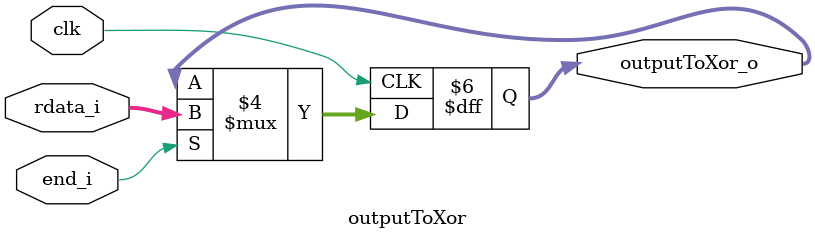
<source format=sv>

module outputToXor(
	input wire clk,
	input wire [7:0] rdata_i,
	input wire end_i,
	output reg [7:0] outputToXor_o
);

//reg noutputToXor;

always_ff @(posedge clk)
begin
	if (end_i == 1)
	begin
		outputToXor_o <= rdata_i;
	end
	else
	begin
		outputToXor_o <= outputToXor_o;
	end
end
endmodule

</source>
